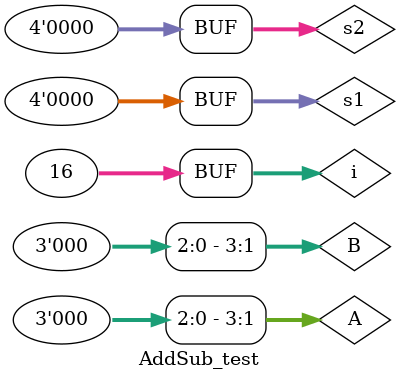
<source format=v>
`timescale 1ns / 1ps


module AddSub_test();
reg [3:0] A,B;
reg [3:0] s1,s2;
wire [3:0] S;
wire C;
integer i;

AddSub uut(A,B,s1,s2,S,C);
initial 
begin
s1 = 4'b1111;
s2 = 4'b1111;
for(i = 0; i<=15; i = i+1) begin
A = $urandom;
B = $urandom;
#10;
end

s1 = 4'b1111;
s2 = 4'b0000;
for(i = 0; i<=15; i = i+1) begin
A = $urandom;
B = $urandom;
#10;
end

s1 = 4'b0000;
s2 = 4'b0000;
for(i = 0; i<=15; i = i+1) begin
A = $urandom;
B = $urandom;
#10;
end
end
endmodule

</source>
